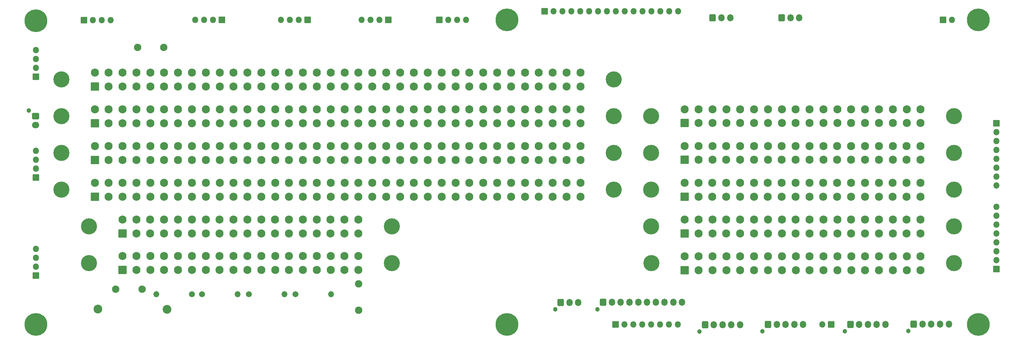
<source format=gbr>
G04 #@! TF.GenerationSoftware,KiCad,Pcbnew,(6.0.4-0)*
G04 #@! TF.CreationDate,2024-04-14T15:35:50+10:00*
G04 #@! TF.ProjectId,motherboard,6d6f7468-6572-4626-9f61-72642e6b6963,rev?*
G04 #@! TF.SameCoordinates,Original*
G04 #@! TF.FileFunction,Soldermask,Top*
G04 #@! TF.FilePolarity,Negative*
%FSLAX46Y46*%
G04 Gerber Fmt 4.6, Leading zero omitted, Abs format (unit mm)*
G04 Created by KiCad (PCBNEW (6.0.4-0)) date 2024-04-14 15:35:50*
%MOMM*%
%LPD*%
G01*
G04 APERTURE LIST*
G04 Aperture macros list*
%AMRoundRect*
0 Rectangle with rounded corners*
0 $1 Rounding radius*
0 $2 $3 $4 $5 $6 $7 $8 $9 X,Y pos of 4 corners*
0 Add a 4 corners polygon primitive as box body*
4,1,4,$2,$3,$4,$5,$6,$7,$8,$9,$2,$3,0*
0 Add four circle primitives for the rounded corners*
1,1,$1+$1,$2,$3*
1,1,$1+$1,$4,$5*
1,1,$1+$1,$6,$7*
1,1,$1+$1,$8,$9*
0 Add four rect primitives between the rounded corners*
20,1,$1+$1,$2,$3,$4,$5,0*
20,1,$1+$1,$4,$5,$6,$7,0*
20,1,$1+$1,$6,$7,$8,$9,0*
20,1,$1+$1,$8,$9,$2,$3,0*%
G04 Aperture macros list end*
%ADD10RoundRect,0.051000X-1.100000X-1.100000X1.100000X-1.100000X1.100000X1.100000X-1.100000X1.100000X0*%
%ADD11C,2.302000*%
%ADD12C,4.602000*%
%ADD13C,0.902000*%
%ADD14C,6.502000*%
%ADD15C,2.102000*%
%ADD16C,1.702000*%
%ADD17O,1.702000X1.702000*%
%ADD18C,2.502000*%
%ADD19RoundRect,0.051000X-0.850000X0.850000X-0.850000X-0.850000X0.850000X-0.850000X0.850000X0.850000X0*%
%ADD20O,1.802000X1.802000*%
%ADD21C,1.302000*%
%ADD22RoundRect,0.301000X-0.750000X0.600000X-0.750000X-0.600000X0.750000X-0.600000X0.750000X0.600000X0*%
%ADD23O,2.102000X1.802000*%
%ADD24RoundRect,0.301000X-0.600000X-0.725000X0.600000X-0.725000X0.600000X0.725000X-0.600000X0.725000X0*%
%ADD25O,1.802000X2.052000*%
%ADD26RoundRect,0.051000X0.850000X-0.850000X0.850000X0.850000X-0.850000X0.850000X-0.850000X-0.850000X0*%
%ADD27RoundRect,0.051000X-0.850000X-0.850000X0.850000X-0.850000X0.850000X0.850000X-0.850000X0.850000X0*%
%ADD28RoundRect,0.051000X0.850000X0.850000X-0.850000X0.850000X-0.850000X-0.850000X0.850000X-0.850000X0*%
G04 APERTURE END LIST*
D10*
X53850000Y-198480000D03*
D11*
X57810000Y-198480000D03*
X61770000Y-198480000D03*
X65730000Y-198480000D03*
X69690000Y-198480000D03*
X73650000Y-198480000D03*
X77610000Y-198480000D03*
X81570000Y-198480000D03*
X85530000Y-198480000D03*
X89490000Y-198480000D03*
X93450000Y-198480000D03*
X97410000Y-198480000D03*
X101370000Y-198480000D03*
X105330000Y-198480000D03*
X109290000Y-198480000D03*
X113250000Y-198480000D03*
X117210000Y-198480000D03*
X121170000Y-198480000D03*
X125130000Y-198480000D03*
X129090000Y-198480000D03*
X133050000Y-198480000D03*
X137010000Y-198480000D03*
X140970000Y-198480000D03*
X144930000Y-198480000D03*
X148890000Y-198480000D03*
X152850000Y-198480000D03*
X156810000Y-198480000D03*
X160770000Y-198480000D03*
X164730000Y-198480000D03*
X168690000Y-198480000D03*
X172650000Y-198480000D03*
X176610000Y-198480000D03*
X180570000Y-198480000D03*
X184530000Y-198480000D03*
X188490000Y-198480000D03*
X192450000Y-198480000D03*
X53850000Y-194520000D03*
X57810000Y-194520000D03*
X61770000Y-194520000D03*
X65730000Y-194520000D03*
X69690000Y-194520000D03*
X73650000Y-194520000D03*
X77610000Y-194520000D03*
X81570000Y-194520000D03*
X85530000Y-194520000D03*
X89490000Y-194520000D03*
X93450000Y-194520000D03*
X97410000Y-194520000D03*
X101370000Y-194520000D03*
X105330000Y-194520000D03*
X109290000Y-194520000D03*
X113250000Y-194520000D03*
X117210000Y-194520000D03*
X121170000Y-194520000D03*
X125130000Y-194520000D03*
X129090000Y-194520000D03*
X133050000Y-194520000D03*
X137010000Y-194520000D03*
X140970000Y-194520000D03*
X144930000Y-194520000D03*
X148890000Y-194520000D03*
X152850000Y-194520000D03*
X156810000Y-194520000D03*
X160770000Y-194520000D03*
X164730000Y-194520000D03*
X168690000Y-194520000D03*
X172650000Y-194520000D03*
X176610000Y-194520000D03*
X180570000Y-194520000D03*
X184530000Y-194520000D03*
X188490000Y-194520000D03*
X192450000Y-194520000D03*
D12*
X44300000Y-196500000D03*
X202000000Y-196500000D03*
D10*
X53850000Y-208980000D03*
D11*
X57810000Y-208980000D03*
X61770000Y-208980000D03*
X65730000Y-208980000D03*
X69690000Y-208980000D03*
X73650000Y-208980000D03*
X77610000Y-208980000D03*
X81570000Y-208980000D03*
X85530000Y-208980000D03*
X89490000Y-208980000D03*
X93450000Y-208980000D03*
X97410000Y-208980000D03*
X101370000Y-208980000D03*
X105330000Y-208980000D03*
X109290000Y-208980000D03*
X113250000Y-208980000D03*
X117210000Y-208980000D03*
X121170000Y-208980000D03*
X125130000Y-208980000D03*
X129090000Y-208980000D03*
X133050000Y-208980000D03*
X137010000Y-208980000D03*
X140970000Y-208980000D03*
X144930000Y-208980000D03*
X148890000Y-208980000D03*
X152850000Y-208980000D03*
X156810000Y-208980000D03*
X160770000Y-208980000D03*
X164730000Y-208980000D03*
X168690000Y-208980000D03*
X172650000Y-208980000D03*
X176610000Y-208980000D03*
X180570000Y-208980000D03*
X184530000Y-208980000D03*
X188490000Y-208980000D03*
X192450000Y-208980000D03*
X53850000Y-205020000D03*
X57810000Y-205020000D03*
X61770000Y-205020000D03*
X65730000Y-205020000D03*
X69690000Y-205020000D03*
X73650000Y-205020000D03*
X77610000Y-205020000D03*
X81570000Y-205020000D03*
X85530000Y-205020000D03*
X89490000Y-205020000D03*
X93450000Y-205020000D03*
X97410000Y-205020000D03*
X101370000Y-205020000D03*
X105330000Y-205020000D03*
X109290000Y-205020000D03*
X113250000Y-205020000D03*
X117210000Y-205020000D03*
X121170000Y-205020000D03*
X125130000Y-205020000D03*
X129090000Y-205020000D03*
X133050000Y-205020000D03*
X137010000Y-205020000D03*
X140970000Y-205020000D03*
X144930000Y-205020000D03*
X148890000Y-205020000D03*
X152850000Y-205020000D03*
X156810000Y-205020000D03*
X160770000Y-205020000D03*
X164730000Y-205020000D03*
X168690000Y-205020000D03*
X172650000Y-205020000D03*
X176610000Y-205020000D03*
X180570000Y-205020000D03*
X184530000Y-205020000D03*
X188490000Y-205020000D03*
X192450000Y-205020000D03*
D12*
X44300000Y-207000000D03*
X202000000Y-207000000D03*
D10*
X53850000Y-187980000D03*
D11*
X57810000Y-187980000D03*
X61770000Y-187980000D03*
X65730000Y-187980000D03*
X69690000Y-187980000D03*
X73650000Y-187980000D03*
X77610000Y-187980000D03*
X81570000Y-187980000D03*
X85530000Y-187980000D03*
X89490000Y-187980000D03*
X93450000Y-187980000D03*
X97410000Y-187980000D03*
X101370000Y-187980000D03*
X105330000Y-187980000D03*
X109290000Y-187980000D03*
X113250000Y-187980000D03*
X117210000Y-187980000D03*
X121170000Y-187980000D03*
X125130000Y-187980000D03*
X129090000Y-187980000D03*
X133050000Y-187980000D03*
X137010000Y-187980000D03*
X140970000Y-187980000D03*
X144930000Y-187980000D03*
X148890000Y-187980000D03*
X152850000Y-187980000D03*
X156810000Y-187980000D03*
X160770000Y-187980000D03*
X164730000Y-187980000D03*
X168690000Y-187980000D03*
X172650000Y-187980000D03*
X176610000Y-187980000D03*
X180570000Y-187980000D03*
X184530000Y-187980000D03*
X188490000Y-187980000D03*
X192450000Y-187980000D03*
X53850000Y-184020000D03*
X57810000Y-184020000D03*
X61770000Y-184020000D03*
X65730000Y-184020000D03*
X69690000Y-184020000D03*
X73650000Y-184020000D03*
X77610000Y-184020000D03*
X81570000Y-184020000D03*
X85530000Y-184020000D03*
X89490000Y-184020000D03*
X93450000Y-184020000D03*
X97410000Y-184020000D03*
X101370000Y-184020000D03*
X105330000Y-184020000D03*
X109290000Y-184020000D03*
X113250000Y-184020000D03*
X117210000Y-184020000D03*
X121170000Y-184020000D03*
X125130000Y-184020000D03*
X129090000Y-184020000D03*
X133050000Y-184020000D03*
X137010000Y-184020000D03*
X140970000Y-184020000D03*
X144930000Y-184020000D03*
X148890000Y-184020000D03*
X152850000Y-184020000D03*
X156810000Y-184020000D03*
X160770000Y-184020000D03*
X164730000Y-184020000D03*
X168690000Y-184020000D03*
X172650000Y-184020000D03*
X176610000Y-184020000D03*
X180570000Y-184020000D03*
X184530000Y-184020000D03*
X188490000Y-184020000D03*
X192450000Y-184020000D03*
D12*
X44300000Y-186000000D03*
X202000000Y-186000000D03*
D10*
X53850000Y-177480000D03*
D11*
X57810000Y-177480000D03*
X61770000Y-177480000D03*
X65730000Y-177480000D03*
X69690000Y-177480000D03*
X73650000Y-177480000D03*
X77610000Y-177480000D03*
X81570000Y-177480000D03*
X85530000Y-177480000D03*
X89490000Y-177480000D03*
X93450000Y-177480000D03*
X97410000Y-177480000D03*
X101370000Y-177480000D03*
X105330000Y-177480000D03*
X109290000Y-177480000D03*
X113250000Y-177480000D03*
X117210000Y-177480000D03*
X121170000Y-177480000D03*
X125130000Y-177480000D03*
X129090000Y-177480000D03*
X133050000Y-177480000D03*
X137010000Y-177480000D03*
X140970000Y-177480000D03*
X144930000Y-177480000D03*
X148890000Y-177480000D03*
X152850000Y-177480000D03*
X156810000Y-177480000D03*
X160770000Y-177480000D03*
X164730000Y-177480000D03*
X168690000Y-177480000D03*
X172650000Y-177480000D03*
X176610000Y-177480000D03*
X180570000Y-177480000D03*
X184530000Y-177480000D03*
X188490000Y-177480000D03*
X192450000Y-177480000D03*
X53850000Y-173520000D03*
X57810000Y-173520000D03*
X61770000Y-173520000D03*
X65730000Y-173520000D03*
X69690000Y-173520000D03*
X73650000Y-173520000D03*
X77610000Y-173520000D03*
X81570000Y-173520000D03*
X85530000Y-173520000D03*
X89490000Y-173520000D03*
X93450000Y-173520000D03*
X97410000Y-173520000D03*
X101370000Y-173520000D03*
X105330000Y-173520000D03*
X109290000Y-173520000D03*
X113250000Y-173520000D03*
X117210000Y-173520000D03*
X121170000Y-173520000D03*
X125130000Y-173520000D03*
X129090000Y-173520000D03*
X133050000Y-173520000D03*
X137010000Y-173520000D03*
X140970000Y-173520000D03*
X144930000Y-173520000D03*
X148890000Y-173520000D03*
X152850000Y-173520000D03*
X156810000Y-173520000D03*
X160770000Y-173520000D03*
X164730000Y-173520000D03*
X168690000Y-173520000D03*
X172650000Y-173520000D03*
X176610000Y-173520000D03*
X180570000Y-173520000D03*
X184530000Y-173520000D03*
X188490000Y-173520000D03*
X192450000Y-173520000D03*
D12*
X44300000Y-175500000D03*
X202000000Y-175500000D03*
D10*
X61750000Y-219490000D03*
D11*
X65710000Y-219490000D03*
X69670000Y-219490000D03*
X73630000Y-219490000D03*
X77590000Y-219490000D03*
X81550000Y-219490000D03*
X85510000Y-219490000D03*
X89470000Y-219490000D03*
X93430000Y-219490000D03*
X97390000Y-219490000D03*
X101350000Y-219490000D03*
X105310000Y-219490000D03*
X109270000Y-219490000D03*
X113230000Y-219490000D03*
X117190000Y-219490000D03*
X121150000Y-219490000D03*
X125110000Y-219490000D03*
X129070000Y-219490000D03*
X61750000Y-215530000D03*
X65710000Y-215530000D03*
X69670000Y-215530000D03*
X73630000Y-215530000D03*
X77590000Y-215530000D03*
X81550000Y-215530000D03*
X85510000Y-215530000D03*
X89470000Y-215530000D03*
D12*
X52200000Y-217510000D03*
X138620000Y-217510000D03*
D11*
X93430000Y-215530000D03*
X97390000Y-215530000D03*
X101350000Y-215530000D03*
X105310000Y-215530000D03*
X109270000Y-215530000D03*
X113230000Y-215530000D03*
X117190000Y-215530000D03*
X121150000Y-215530000D03*
X125110000Y-215530000D03*
X129070000Y-215530000D03*
D10*
X61760000Y-229940000D03*
D11*
X65720000Y-229940000D03*
X69680000Y-229940000D03*
X73640000Y-229940000D03*
X77600000Y-229940000D03*
X81560000Y-229940000D03*
X85520000Y-229940000D03*
X89480000Y-229940000D03*
X93440000Y-229940000D03*
X97400000Y-229940000D03*
X101360000Y-229940000D03*
X105320000Y-229940000D03*
X109280000Y-229940000D03*
X113240000Y-229940000D03*
X117200000Y-229940000D03*
X121160000Y-229940000D03*
X125120000Y-229940000D03*
X129080000Y-229940000D03*
X61760000Y-225980000D03*
X65720000Y-225980000D03*
X69680000Y-225980000D03*
X73640000Y-225980000D03*
X77600000Y-225980000D03*
X81560000Y-225980000D03*
X85520000Y-225980000D03*
X89480000Y-225980000D03*
D12*
X52210000Y-227960000D03*
X138630000Y-227960000D03*
D11*
X93440000Y-225980000D03*
X97400000Y-225980000D03*
X101360000Y-225980000D03*
X105320000Y-225980000D03*
X109280000Y-225980000D03*
X113240000Y-225980000D03*
X117200000Y-225980000D03*
X121160000Y-225980000D03*
X125120000Y-225980000D03*
X129080000Y-225980000D03*
D10*
X222220000Y-187970000D03*
D11*
X226180000Y-187970000D03*
X230140000Y-187970000D03*
X234100000Y-187970000D03*
X238060000Y-187970000D03*
X242020000Y-187970000D03*
X245980000Y-187970000D03*
X249940000Y-187970000D03*
X253900000Y-187970000D03*
X257860000Y-187970000D03*
X261820000Y-187970000D03*
X265780000Y-187970000D03*
X269740000Y-187970000D03*
X273700000Y-187970000D03*
X277660000Y-187970000D03*
X281620000Y-187970000D03*
X285580000Y-187970000D03*
X289540000Y-187970000D03*
X222220000Y-184010000D03*
X226180000Y-184010000D03*
X230140000Y-184010000D03*
X234100000Y-184010000D03*
X238060000Y-184010000D03*
X242020000Y-184010000D03*
X245980000Y-184010000D03*
X249940000Y-184010000D03*
D12*
X212670000Y-185990000D03*
X299090000Y-185990000D03*
D11*
X253900000Y-184010000D03*
X257860000Y-184010000D03*
X261820000Y-184010000D03*
X265780000Y-184010000D03*
X269740000Y-184010000D03*
X273700000Y-184010000D03*
X277660000Y-184010000D03*
X281620000Y-184010000D03*
X285580000Y-184010000D03*
X289540000Y-184010000D03*
D10*
X222200000Y-198470000D03*
D11*
X226160000Y-198470000D03*
X230120000Y-198470000D03*
X234080000Y-198470000D03*
X238040000Y-198470000D03*
X242000000Y-198470000D03*
X245960000Y-198470000D03*
X249920000Y-198470000D03*
X253880000Y-198470000D03*
X257840000Y-198470000D03*
X261800000Y-198470000D03*
X265760000Y-198470000D03*
X269720000Y-198470000D03*
X273680000Y-198470000D03*
X277640000Y-198470000D03*
X281600000Y-198470000D03*
X285560000Y-198470000D03*
X289520000Y-198470000D03*
X222200000Y-194510000D03*
X226160000Y-194510000D03*
X230120000Y-194510000D03*
X234080000Y-194510000D03*
X238040000Y-194510000D03*
X242000000Y-194510000D03*
X245960000Y-194510000D03*
X249920000Y-194510000D03*
D12*
X212650000Y-196490000D03*
X299070000Y-196490000D03*
D11*
X253880000Y-194510000D03*
X257840000Y-194510000D03*
X261800000Y-194510000D03*
X265760000Y-194510000D03*
X269720000Y-194510000D03*
X273680000Y-194510000D03*
X277640000Y-194510000D03*
X281600000Y-194510000D03*
X285560000Y-194510000D03*
X289520000Y-194510000D03*
D10*
X222180000Y-208990000D03*
D11*
X226140000Y-208990000D03*
X230100000Y-208990000D03*
X234060000Y-208990000D03*
X238020000Y-208990000D03*
X241980000Y-208990000D03*
X245940000Y-208990000D03*
X249900000Y-208990000D03*
X253860000Y-208990000D03*
X257820000Y-208990000D03*
X261780000Y-208990000D03*
X265740000Y-208990000D03*
X269700000Y-208990000D03*
X273660000Y-208990000D03*
X277620000Y-208990000D03*
X281580000Y-208990000D03*
X285540000Y-208990000D03*
X289500000Y-208990000D03*
X222180000Y-205030000D03*
X226140000Y-205030000D03*
X230100000Y-205030000D03*
X234060000Y-205030000D03*
X238020000Y-205030000D03*
X241980000Y-205030000D03*
X245940000Y-205030000D03*
X249900000Y-205030000D03*
D12*
X212630000Y-207010000D03*
X299050000Y-207010000D03*
D11*
X253860000Y-205030000D03*
X257820000Y-205030000D03*
X261780000Y-205030000D03*
X265740000Y-205030000D03*
X269700000Y-205030000D03*
X273660000Y-205030000D03*
X277620000Y-205030000D03*
X281580000Y-205030000D03*
X285540000Y-205030000D03*
X289500000Y-205030000D03*
D10*
X222210000Y-219480000D03*
D11*
X226170000Y-219480000D03*
X230130000Y-219480000D03*
X234090000Y-219480000D03*
X238050000Y-219480000D03*
X242010000Y-219480000D03*
X245970000Y-219480000D03*
X249930000Y-219480000D03*
X253890000Y-219480000D03*
X257850000Y-219480000D03*
X261810000Y-219480000D03*
X265770000Y-219480000D03*
X269730000Y-219480000D03*
X273690000Y-219480000D03*
X277650000Y-219480000D03*
X281610000Y-219480000D03*
X285570000Y-219480000D03*
X289530000Y-219480000D03*
X222210000Y-215520000D03*
X226170000Y-215520000D03*
X230130000Y-215520000D03*
X234090000Y-215520000D03*
X238050000Y-215520000D03*
X242010000Y-215520000D03*
X245970000Y-215520000D03*
X249930000Y-215520000D03*
D12*
X212660000Y-217500000D03*
X299080000Y-217500000D03*
D11*
X253890000Y-215520000D03*
X257850000Y-215520000D03*
X261810000Y-215520000D03*
X265770000Y-215520000D03*
X269730000Y-215520000D03*
X273690000Y-215520000D03*
X277650000Y-215520000D03*
X281610000Y-215520000D03*
X285570000Y-215520000D03*
X289530000Y-215520000D03*
D10*
X222230000Y-229990000D03*
D11*
X226190000Y-229990000D03*
X230150000Y-229990000D03*
X234110000Y-229990000D03*
X238070000Y-229990000D03*
X242030000Y-229990000D03*
X245990000Y-229990000D03*
X249950000Y-229990000D03*
X253910000Y-229990000D03*
X257870000Y-229990000D03*
X261830000Y-229990000D03*
X265790000Y-229990000D03*
X269750000Y-229990000D03*
X273710000Y-229990000D03*
X277670000Y-229990000D03*
X281630000Y-229990000D03*
X285590000Y-229990000D03*
X289550000Y-229990000D03*
X222230000Y-226030000D03*
X226190000Y-226030000D03*
X230150000Y-226030000D03*
X234110000Y-226030000D03*
X238070000Y-226030000D03*
X242030000Y-226030000D03*
X245990000Y-226030000D03*
X249950000Y-226030000D03*
D12*
X212680000Y-228010000D03*
X299100000Y-228010000D03*
D11*
X253910000Y-226030000D03*
X257870000Y-226030000D03*
X261830000Y-226030000D03*
X265790000Y-226030000D03*
X269750000Y-226030000D03*
X273710000Y-226030000D03*
X277670000Y-226030000D03*
X281630000Y-226030000D03*
X285590000Y-226030000D03*
X289550000Y-226030000D03*
D13*
X303600000Y-158500000D03*
D14*
X306000000Y-158500000D03*
D13*
X304302944Y-160197056D03*
X306000000Y-156100000D03*
X307697056Y-160197056D03*
X306000000Y-160900000D03*
X307697056Y-156802944D03*
X308400000Y-158500000D03*
X304302944Y-156802944D03*
X171500000Y-160900000D03*
X169802944Y-156802944D03*
X173197056Y-156802944D03*
X173197056Y-160197056D03*
D14*
X171500000Y-158500000D03*
D13*
X173900000Y-158500000D03*
X171500000Y-156100000D03*
X169802944Y-160197056D03*
X169100000Y-158500000D03*
X38697056Y-157000000D03*
X37000000Y-156297056D03*
X35302944Y-160394112D03*
X39400000Y-158697056D03*
X34600000Y-158697056D03*
X35302944Y-157000000D03*
X38697056Y-160394112D03*
X37000000Y-161097056D03*
D14*
X37000000Y-158697056D03*
D13*
X303600000Y-245500000D03*
X307697056Y-247197056D03*
X307697056Y-243802944D03*
X304302944Y-243802944D03*
D14*
X306000000Y-245500000D03*
D13*
X304302944Y-247197056D03*
X308400000Y-245500000D03*
X306000000Y-243100000D03*
X306000000Y-247900000D03*
X171500000Y-243100000D03*
X173197056Y-243802944D03*
X171500000Y-247900000D03*
X173900000Y-245500000D03*
X169802944Y-247197056D03*
D14*
X171500000Y-245500000D03*
D13*
X169802944Y-243802944D03*
X169100000Y-245500000D03*
X173197056Y-247197056D03*
X39400000Y-245500000D03*
X34600000Y-245500000D03*
D14*
X37000000Y-245500000D03*
D13*
X38697056Y-243802944D03*
X37000000Y-247900000D03*
X38697056Y-247197056D03*
X35302944Y-247197056D03*
X35302944Y-243802944D03*
X37000000Y-243100000D03*
D15*
X73540000Y-166370000D03*
X66040000Y-166370000D03*
X67310000Y-235395000D03*
X59810000Y-235395000D03*
D16*
X81600000Y-236855000D03*
D17*
X71440000Y-236855000D03*
D16*
X84455000Y-236855000D03*
D17*
X94615000Y-236855000D03*
D16*
X97790000Y-236855000D03*
D17*
X107950000Y-236855000D03*
D16*
X111125000Y-236855000D03*
D17*
X121285000Y-236855000D03*
D15*
X129159000Y-241427000D03*
X129159000Y-233927000D03*
D18*
X74450000Y-241200000D03*
X54765000Y-241110000D03*
D19*
X264000000Y-245500000D03*
D20*
X261460000Y-245500000D03*
D21*
X34985000Y-184392000D03*
D22*
X36985000Y-185992000D03*
D23*
X36985000Y-188492000D03*
D21*
X286000000Y-247400000D03*
D24*
X287600000Y-245400000D03*
D25*
X290100000Y-245400000D03*
X292600000Y-245400000D03*
X295100000Y-245400000D03*
X297600000Y-245400000D03*
D24*
X230200000Y-157900000D03*
D25*
X232700000Y-157900000D03*
X235200000Y-157900000D03*
D21*
X197350000Y-241175000D03*
D24*
X198950000Y-239175000D03*
D25*
X201450000Y-239175000D03*
X203950000Y-239175000D03*
X206450000Y-239175000D03*
X208950000Y-239175000D03*
X211450000Y-239175000D03*
X213950000Y-239175000D03*
X216450000Y-239175000D03*
X218950000Y-239175000D03*
X221450000Y-239175000D03*
D26*
X295938000Y-158433000D03*
D20*
X298478000Y-158433000D03*
D21*
X226400000Y-247575000D03*
D24*
X228000000Y-245575000D03*
D25*
X230500000Y-245575000D03*
X233000000Y-245575000D03*
X235500000Y-245575000D03*
X238000000Y-245575000D03*
D21*
X244400000Y-247475000D03*
D24*
X246000000Y-245475000D03*
D25*
X248500000Y-245475000D03*
X251000000Y-245475000D03*
X253500000Y-245475000D03*
X256000000Y-245475000D03*
D24*
X249900000Y-157900000D03*
D25*
X252400000Y-157900000D03*
X254900000Y-157900000D03*
D21*
X267900000Y-247475000D03*
D24*
X269500000Y-245475000D03*
D25*
X272000000Y-245475000D03*
X274500000Y-245475000D03*
X277000000Y-245475000D03*
X279500000Y-245475000D03*
D21*
X185245000Y-241205000D03*
D24*
X186845000Y-239205000D03*
D25*
X189345000Y-239205000D03*
X191845000Y-239205000D03*
D27*
X311200000Y-229680000D03*
D20*
X311200000Y-227140000D03*
X311200000Y-224600000D03*
X311200000Y-222060000D03*
X311200000Y-219520000D03*
X311200000Y-216980000D03*
X311200000Y-214440000D03*
X311200000Y-211900000D03*
D28*
X311200000Y-188020000D03*
D20*
X311200000Y-190560000D03*
X311200000Y-193100000D03*
X311200000Y-195640000D03*
X311200000Y-198180000D03*
X311200000Y-200720000D03*
X311200000Y-203260000D03*
X311200000Y-205800000D03*
D26*
X90120000Y-158500000D03*
D20*
X87580000Y-158500000D03*
X85040000Y-158500000D03*
X82500000Y-158500000D03*
D19*
X202500000Y-245500000D03*
D20*
X205040000Y-245500000D03*
X207580000Y-245500000D03*
X210120000Y-245500000D03*
X212660000Y-245500000D03*
X215200000Y-245500000D03*
X217740000Y-245500000D03*
X220280000Y-245500000D03*
D19*
X182200000Y-156000000D03*
D20*
X184740000Y-156000000D03*
X187280000Y-156000000D03*
X189820000Y-156000000D03*
X192360000Y-156000000D03*
X194900000Y-156000000D03*
X197440000Y-156000000D03*
X199980000Y-156000000D03*
X202520000Y-156000000D03*
X205060000Y-156000000D03*
X207600000Y-156000000D03*
X210140000Y-156000000D03*
X212680000Y-156000000D03*
X215220000Y-156000000D03*
X217760000Y-156000000D03*
X220300000Y-156000000D03*
D26*
X137620000Y-158500000D03*
D20*
X135080000Y-158500000D03*
X132540000Y-158500000D03*
X130000000Y-158500000D03*
D26*
X114620000Y-158500000D03*
D20*
X112080000Y-158500000D03*
X109540000Y-158500000D03*
X107000000Y-158500000D03*
D19*
X50710000Y-158510000D03*
D20*
X53250000Y-158510000D03*
X55790000Y-158510000D03*
X58330000Y-158510000D03*
D27*
X37000000Y-174730000D03*
D20*
X37000000Y-172190000D03*
X37000000Y-169650000D03*
X37000000Y-167110000D03*
D27*
X37000000Y-231500000D03*
D20*
X37000000Y-228960000D03*
X37000000Y-226420000D03*
X37000000Y-223880000D03*
D27*
X37000000Y-203500000D03*
D20*
X37000000Y-200960000D03*
X37000000Y-198420000D03*
X37000000Y-195880000D03*
D19*
X152200000Y-158500000D03*
D20*
X154740000Y-158500000D03*
X157280000Y-158500000D03*
X159820000Y-158500000D03*
M02*

</source>
